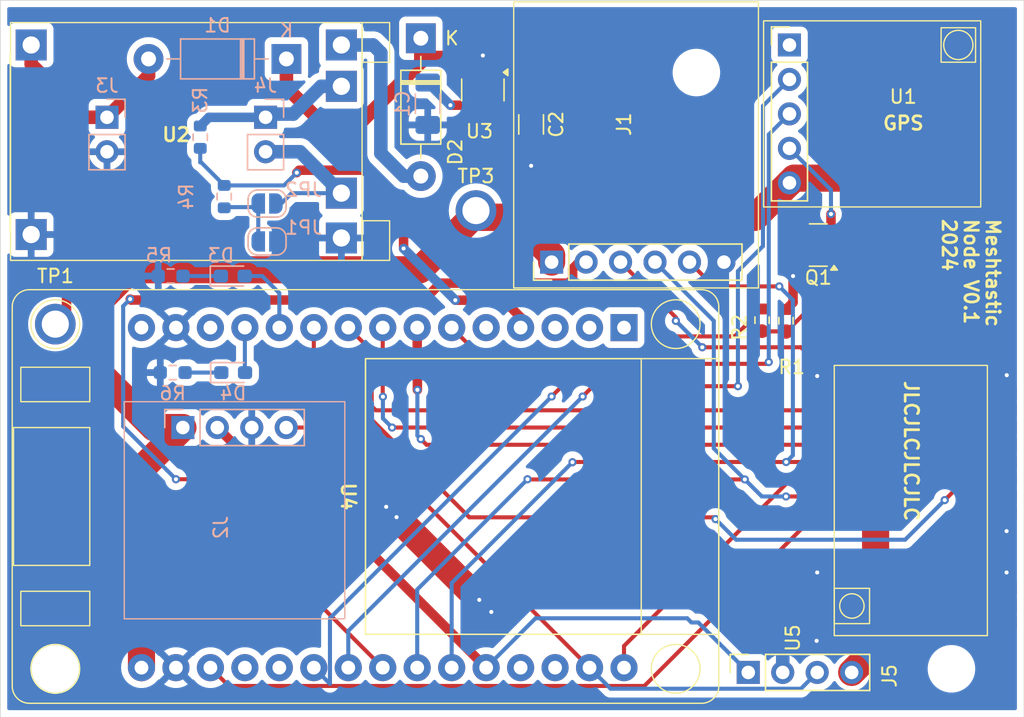
<source format=kicad_pcb>
(kicad_pcb (version 20240108) (generator "pcbnew") (generator_version "8.0")
  (layers (0 "F.Cu" signal) (31 "B.Cu" signal) (34 "B.Paste" user) (35 "F.Paste" user) (36 "B.SilkS" user "B.Silkscreen") (37 "F.SilkS" user "F.Silkscreen") (38 "B.Mask" user) (39 "F.Mask" user) (44 "Edge.Cuts" user))
  (net 0 "")
  (net 1 "Net-(Q1-D)")
  (net 2 "GND")
  (net 3 "GPS_EN")
  (net 4 "GPS_RX")
  (net 6 "GPS_TX")
  (net 7 "3V3")
  (net 8 "I2C_SDA")
  (net 9 "I2C_SCL")
  (net 10 "+5V")
  (net 11 "B+")
  (net 12 "B-")
  (net 22 "SPI_CLK")
  (net 23 "SPI_MOSI")
  (net 24 "SPI_MISO")
  (net 25 "SPI_CS_SD")
  (net 26 "SOLAR")
  (net 27 "LORA_DIO1")
  (net 28 "LORA_RXEN")
  (net 30 "LORA_DIO2")
  (net 31 "SPI_CS_LORA")
  (net 32 "Net-(Q1-G)")
  (net 33 "LORA_BUSY")
  (net 34 "LORA_NRST")
  (net 35 "Net-(JP1-A)")
  (net 36 "BSense")
  (net 37 "Net-(D1-K)")
  (net 38 "Net-(U3-BP)")
  (net 39 "STATE_LED1")
  (net 40 "Net-(D3-K)")
  (net 41 "STATE_LED2")
  (net 42 "Net-(D4-K)")
  (footprint "CustomFootprints:MicroSD_Module" (layer "F.Cu") (at 122.415 85.839 90)
    (property "Reference" "J1" (at 10.16 5.334 90) (layer "F.SilkS"))
    (property "Value" "MicroSD_Module" (hide yes))
    (pad "1" thru_hole rect (at 0 0 90) (size 1.7 1.7) (drill 1) (layers "*.Cu" "*.Mask") (net 7 "3V3"))
    (pad "2" thru_hole oval (at 0 2.54 90) (size 1.7 1.7) (drill 1) (layers "*.Cu" "*.Mask") (net 25 "SPI_CS_SD"))
    (pad "3" thru_hole oval (at 0 5.08 90) (size 1.7 1.7) (drill 1) (layers "*.Cu" "*.Mask") (net 23 "SPI_MOSI"))
    (pad "4" thru_hole oval (at 0 7.62 90) (size 1.7 1.7) (drill 1) (layers "*.Cu" "*.Mask") (net 22 "SPI_CLK"))
    (pad "5" thru_hole oval (at 0 10.16 90) (size 1.7 1.7) (drill 1) (layers "*.Cu" "*.Mask") (net 24 "SPI_MISO"))
    (pad "6" thru_hole oval (at 0 12.7 90) (size 1.7 1.7) (drill 1) (layers "*.Cu" "*.Mask") (net 2 "GND"))
  )
  (footprint "Capacitor_SMD:C_1206_3216Metric_Pad1.33x1.80mm_HandSolder" (layer "F.Cu") (at 120.904 75.692 -90)
    (property "Reference" "C2" (at 0 -1.85 -90) (layer "F.SilkS"))
    (property "Value" "2.2uF tantalum")
    (pad "1" smd roundrect (at -1.5625 0 270) (size 1.325 1.8) (layers "F.Cu" "F.Paste" "F.Mask") (roundrect_rratio 0.188679) (net 7 "3V3"))
    (pad "2" smd roundrect (at 1.5625 0 270) (size 1.325 1.8) (layers "F.Cu" "F.Paste" "F.Mask") (roundrect_rratio 0.188679) (net 2 "GND"))
  )
  (footprint "CustomFootprints:EBYTE_900M22S" (layer "F.Cu") (at 148.943 104.881)
    (property "Reference" "U5" (at -8.75 9.76 90) (layer "F.SilkS") (effects (justify left)))
    (property "Value" "~")
    (pad "1" smd rect (at -7 7.51) (size 1.5 0.9) (layers "F.Cu" "F.Paste" "F.Mask") (net 2 "GND"))
    (pad "2" smd rect (at -7 6.24) (size 1.5 0.9) (layers "F.Cu" "F.Paste" "F.Mask"))
    (pad "3" smd rect (at -7 4.97) (size 1.5 0.9) (layers "F.Cu" "F.Paste" "F.Mask") (net 2 "GND"))
    (pad "4" smd rect (at -7 -0.5) (size 1.5 0.9) (layers "F.Cu" "F.Paste" "F.Mask") (net 31 "SPI_CS_LORA"))
    (pad "5" smd rect (at -7 -1.77) (size 1.5 0.9) (layers "F.Cu" "F.Paste" "F.Mask") (net 22 "SPI_CLK"))
    (pad "6" smd rect (at -7 -3.04) (size 1.5 0.9) (layers "F.Cu" "F.Paste" "F.Mask") (net 23 "SPI_MOSI"))
    (pad "7" smd rect (at -7 -4.31) (size 1.5 0.9) (layers "F.Cu" "F.Paste" "F.Mask") (net 24 "SPI_MISO"))
    (pad "8" smd rect (at -7 -5.58) (size 1.5 0.9) (layers "F.Cu" "F.Paste" "F.Mask") (net 34 "LORA_NRST"))
    (pad "9" smd rect (at -7 -6.85) (size 1.5 0.9) (layers "F.Cu" "F.Paste" "F.Mask") (net 33 "LORA_BUSY"))
    (pad "10" smd rect (at -7 -8.12) (size 1.5 0.9) (layers "F.Cu" "F.Paste" "F.Mask") (net 27 "LORA_DIO1"))
    (pad "11" smd rect (at -7 -9.39) (size 1.5 0.9) (layers "F.Cu" "F.Paste" "F.Mask") (net 2 "GND"))
    (pad "12" smd rect (at 7 -9.39) (size 1.5 0.9) (layers "F.Cu" "F.Paste" "F.Mask") (net 2 "GND"))
    (pad "13" smd rect (at 7 -8.12) (size 1.5 0.9) (layers "F.Cu" "F.Paste" "F.Mask") (net 2 "GND"))
    (pad "14" smd rect (at 7 -6.85) (size 1.5 0.9) (layers "F.Cu" "F.Paste" "F.Mask") (net 7 "3V3"))
    (pad "15" smd rect (at 7 -5.58) (size 1.5 0.9) (layers "F.Cu" "F.Paste" "F.Mask") (net 30 "LORA_DIO2"))
    (pad "16" smd rect (at 7 -4.31) (size 1.5 0.9) (layers "F.Cu" "F.Paste" "F.Mask") (net 30 "LORA_DIO2"))
    (pad "17" smd rect (at 7 -3.04) (size 1.5 0.9) (layers "F.Cu" "F.Paste" "F.Mask") (net 28 "LORA_RXEN"))
    (pad "18" smd rect (at 7 -1.77) (size 1.5 0.9) (layers "F.Cu" "F.Paste" "F.Mask") (net 2 "GND"))
    (pad "19" smd rect (at 7 -0.5) (size 1.5 0.9) (layers "F.Cu" "F.Paste" "F.Mask") (net 2 "GND"))
    (pad "20" smd rect (at 7 4.97) (size 1.5 0.9) (layers "F.Cu" "F.Paste" "F.Mask") (net 2 "GND"))
    (pad "21" smd rect (at 7 6.24) (size 1.5 0.9) (layers "F.Cu" "F.Paste" "F.Mask") (net 2 "GND"))
    (pad "22" smd rect (at 7 7.51) (size 1.5 0.9) (layers "F.Cu" "F.Paste" "F.Mask") (net 2 "GND"))
  )
  (footprint "CustomFootprints:TP4056" (layer "F.Cu") (at 95.491 76.949)
    (property "Reference" "U2" (at -0.749 -0.5 0) (layer "F.SilkS") (effects (font (thickness 0.2) (bold yes))))
    (property "Value" "~")
    (pad "1" thru_hole rect (at -11.43 -7.112) (size 2.286 2.286) (drill 1.27) (layers "*.Cu" "*.Mask") (net 26 "SOLAR"))
    (pad "2" thru_hole rect (at -11.43 6.858) (size 2.286 2.286) (drill 1.27) (layers "*.Cu" "*.Mask") (net 2 "GND"))
    (pad "3" thru_hole rect (at 11.43 -7.112) (size 2.286 2.286) (drill 1.27) (layers "*.Cu" "*.Mask") (net 10 "+5V"))
    (pad "4" thru_hole rect (at 11.43 7.112) (size 2.286 2.286) (drill 1.27) (layers "*.Cu" "*.Mask") (net 2 "GND"))
    (pad "5" thru_hole rect (at 11.43 -4.064) (size 2.286 2.286) (drill 1.27) (layers "*.Cu" "*.Mask") (net 11 "B+"))
    (pad "6" thru_hole rect (at 11.43 3.81) (size 2.286 2.286) (drill 1.27) (layers "*.Cu" "*.Mask") (net 12 "B-"))
  )
  (footprint "MountingHole:MountingHole_3mm" (layer "F.Cu") (at 133.083 71.869)
    (property "Reference" "H2" (hide yes))
    (property "Value" "MountingHole" (hide yes))
    (pad "" np_thru_hole circle (at 0 0) (size 3 3) (drill 3) (layers "*.Cu" "*.Mask"))
  )
  (footprint "CustomFootprints:GPS_Module" (layer "F.Cu") (at 139.941 69.837)
    (property "Reference" "U1" (at 8.382 3.81 0) (layer "F.SilkS"))
    (property "Value" "~")
    (fp_text user "GPS" (at 6.787 6.35 0) (layer "F.SilkS") (effects (font (thickness 0.2) (bold yes)) (justify left bottom)))
    (pad "1" thru_hole rect (at 0 0) (size 1.7 1.7) (drill 1) (layers "*.Cu" "*.Mask"))
    (pad "2" thru_hole oval (at 0 2.54) (size 1.7 1.7) (drill 1) (layers "*.Cu" "*.Mask") (net 4 "GPS_RX"))
    (pad "3" thru_hole oval (at 0 5.08) (size 1.7 1.7) (drill 1) (layers "*.Cu" "*.Mask") (net 6 "GPS_TX"))
    (pad "4" thru_hole oval (at 0 7.62) (size 1.7 1.7) (drill 1) (layers "*.Cu" "*.Mask") (net 1 "Net-(Q1-D)"))
    (pad "5" thru_hole oval (at 0 10.16) (size 1.7 1.7) (drill 1) (layers "*.Cu" "*.Mask") (net 7 "3V3"))
  )
  (footprint "MountingHole:MountingHole_3mm" (layer "F.Cu") (at 151.879 115.811)
    (property "Reference" "H1" (hide yes))
    (property "Value" "MountingHole" (hide yes))
    (pad "" np_thru_hole circle (at 0 0) (size 3 3) (drill 3) (layers "*.Cu" "*.Mask"))
  )
  (footprint "Connector_PinSocket_2.54mm:PinSocket_1x04_P2.54mm_Vertical" (layer "F.Cu") (at 136.906 116.078 90)
    (property "Reference" "J5" (at -0.254 10.414 90) (layer "F.SilkS"))
    (property "Value" "I2C pins")
    (pad "1" thru_hole rect (at 0 0 90) (size 1.7 1.7) (drill 1) (layers "*.Cu" "*.Mask") (net 8 "I2C_SDA"))
    (pad "2" thru_hole oval (at 0 2.54 90) (size 1.7 1.7) (drill 1) (layers "*.Cu" "*.Mask") (net 2 "GND"))
    (pad "3" thru_hole oval (at 0 5.08 90) (size 1.7 1.7) (drill 1) (layers "*.Cu" "*.Mask") (net 9 "I2C_SCL"))
    (pad "4" thru_hole oval (at 0 7.62 90) (size 1.7 1.7) (drill 1) (layers "*.Cu" "*.Mask") (net 7 "3V3"))
  )
  (footprint "TestPoint:TestPoint_Plated_Hole_D2.0mm" (layer "F.Cu") (at 85.839 90.411)
    (property "Reference" "TP1" (at 0.013 -3.543 0) (layer "F.SilkS"))
    (property "Value" "VIn")
    (pad "1" thru_hole circle (at 0 0) (size 3 3) (drill 2) (layers "*.Cu" "*.Mask") (net 26 "SOLAR"))
  )
  (footprint "CustomFootprints:WROOM32_Module" (layer "F.Cu") (at 111.239 103.111 -90)
    (property "Reference" "U4" (at 0 3.81 -90) (layer "F.SilkS") (effects (font (thickness 0.2) (bold yes))))
    (property "Value" "~")
    (pad "1" thru_hole rect (at -12.446 -16.51 270) (size 2 2) (drill 1.016) (layers "*.Cu" "*.Mask"))
    (pad "2" thru_hole circle (at -12.446 -13.97 270) (size 2 2) (drill 1.016) (layers "*.Cu" "*.Mask"))
    (pad "3" thru_hole circle (at -12.446 -11.43 270) (size 2 2) (drill 1.016) (layers "*.Cu" "*.Mask"))
    (pad "4" thru_hole circle (at -12.446 -8.89 270) (size 2 2) (drill 1.016) (layers "*.Cu" "*.Mask") (net 36 "BSense"))
    (pad "5" thru_hole circle (at -12.446 -6.35 270) (size 2 2) (drill 1.016) (layers "*.Cu" "*.Mask"))
    (pad "6" thru_hole circle (at -12.446 -3.81 270) (size 2 2) (drill 1.016) (layers "*.Cu" "*.Mask") (net 3 "GPS_EN"))
    (pad "7" thru_hole circle (at -12.446 -1.27 270) (size 2 2) (drill 1.016) (layers "*.Cu" "*.Mask") (net 34 "LORA_NRST"))
    (pad "8" thru_hole circle (at -12.446 1.27 270) (size 2 2) (drill 1.016) (layers "*.Cu" "*.Mask") (net 33 "LORA_BUSY"))
    (pad "9" thru_hole circle (at -12.446 3.81 270) (size 2 2) (drill 1.016) (layers "*.Cu" "*.Mask") (net 27 "LORA_DIO1"))
    (pad "10" thru_hole circle (at -12.446 6.35 270) (size 2 2) (drill 1.016) (layers "*.Cu" "*.Mask") (net 28 "LORA_RXEN"))
    (pad "11" thru_hole circle (at -12.446 8.89 270) (size 2 2) (drill 1.016) (layers "*.Cu" "*.Mask") (net 39 "STATE_LED1"))
    (pad "12" thru_hole circle (at -12.446 11.43 270) (size 2 2) (drill 1.016) (layers "*.Cu" "*.Mask") (net 41 "STATE_LED2"))
    (pad "13" thru_hole circle (at -12.446 13.97 270) (size 2 2) (drill 1.016) (layers "*.Cu" "*.Mask"))
    (pad "14" thru_hole circle (at -12.446 16.51 270) (size 2 2) (drill 1.016) (layers "*.Cu" "*.Mask") (net 2 "GND"))
    (pad "15" thru_hole circle (at -12.446 19.05 270) (size 2 2) (drill 1.016) (layers "*.Cu" "*.Mask"))
    (pad "16" thru_hole circle (at 12.614 19.05 270) (size 2 2) (drill 1.016) (layers "*.Cu" "*.Mask") (net 7 "3V3"))
    (pad "17" thru_hole circle (at 12.614 16.51 270) (size 2 2) (drill 1.016) (layers "*.Cu" "*.Mask") (net 2 "GND"))
    (pad "18" thru_hole circle (at 12.614 13.97 270) (size 2 2) (drill 1.016) (layers "*.Cu" "*.Mask") (net 31 "SPI_CS_LORA"))
    (pad "19" thru_hole circle (at 12.614 11.43 270) (size 2 2) (drill 1.016) (layers "*.Cu" "*.Mask"))
    (pad "20" thru_hole circle (at 12.614 8.89 270) (size 2 2) (drill 1.016) (layers "*.Cu" "*.Mask"))
    (pad "21" thru_hole circle (at 12.614 6.35 270) (size 2 2) (drill 1.016) (layers "*.Cu" "*.Mask") (net 6 "GPS_TX"))
    (pad "22" thru_hole circle (at 12.614 3.81 270) (size 2 2) (drill 1.016) (layers "*.Cu" "*.Mask") (net 4 "GPS_RX"))
    (pad "23" thru_hole circle (at 12.614 1.27 270) (size 2 2) (drill 1.016) (layers "*.Cu" "*.Mask") (net 25 "SPI_CS_SD"))
    (pad "24" thru_hole circle (at 12.614 -1.27 270) (size 2 2) (drill 1.016) (layers "*.Cu" "*.Mask") (net 22 "SPI_CLK"))
    (pad "25" thru_hole circle (at 12.614 -3.81 270) (size 2 2) (drill 1.016) (layers "*.Cu" "*.Mask") (net 24 "SPI_MISO"))
    (pad "26" thru_hole circle (at 12.614 -6.35 270) (size 2 2) (drill 1.016) (layers "*.Cu" "*.Mask") (net 8 "I2C_SDA"))
    (pad "27" thru_hole circle (at 12.614 -8.89 270) (size 2 2) (drill 1.016) (layers "*.Cu" "*.Mask"))
    (pad "28" thru_hole circle (at 12.614 -11.43 270) (size 2 2) (drill 1.016) (layers "*.Cu" "*.Mask"))
    (pad "29" thru_hole circle (at 12.614 -13.97 270) (size 2 2) (drill 1.016) (layers "*.Cu" "*.Mask") (net 9 "I2C_SCL"))
    (pad "30" thru_hole circle (at 12.614 -16.51 270) (size 2 2) (drill 1.016) (layers "*.Cu" "*.Mask") (net 23 "SPI_MOSI"))
  )
  (footprint "Package_TO_SOT_SMD:SOT-23" (layer "F.Cu") (at 142.0645 84.582 180)
    (property "Reference" "Q1" (at 0 -2.4 360) (layer "F.SilkS"))
    (property "Value" "IRLML6344")
    (pad "1" smd roundrect (at -0.9375 -0.95 180) (size 1.475 0.6) (layers "F.Cu" "F.Paste" "F.Mask") (net 32 "Net-(Q1-G)"))
    (pad "2" smd roundrect (at -0.9375 0.95 180) (size 1.475 0.6) (layers "F.Cu" "F.Paste" "F.Mask") (net 1 "Net-(Q1-D)"))
    (pad "3" smd roundrect (at 0.9375 0 180) (size 1.475 0.6) (layers "F.Cu" "F.Paste" "F.Mask") (net 2 "GND"))
  )
  (footprint "TestPoint:TestPoint_Plated_Hole_D2.0mm" (layer "F.Cu") (at 116.84 82.042)
    (property "Reference" "TP3" (at 0 -2.54 0) (layer "F.SilkS"))
    (property "Value" "3V3")
    (pad "1" thru_hole circle (at 0 0) (size 3 3) (drill 2) (layers "*.Cu" "*.Mask") (net 7 "3V3"))
  )
  (footprint "Resistor_SMD:R_0603_1608Metric" (layer "F.Cu") (at 137.922 90.1192 -90)
    (property "Reference" "R2" (at 0.5332 1.6634 90) (layer "F.SilkS"))
    (property "Value" "220-1k")
    (pad "1" smd roundrect (at -0.825 0 270) (size 0.8 0.95) (layers "F.Cu" "F.Paste" "F.Mask") (net 3 "GPS_EN"))
    (pad "2" smd roundrect (at 0.825 0 270) (size 0.8 0.95) (layers "F.Cu" "F.Paste" "F.Mask") (net 32 "Net-(Q1-G)"))
  )
  (footprint "Diode_THT:D_DO-41_SOD81_P10.16mm_Horizontal" (layer "F.Cu") (at 112.776 69.342 -90)
    (property "Reference" "D2" (at 8.382 -2.54 90) (layer "F.SilkS"))
    (property "Value" "1N5819")
    (fp_text user "K" (at 0 -2.286 0) (layer "F.SilkS"))
    (pad "1" thru_hole rect (at 0 0 270) (size 2.2 2.2) (drill 1.1) (layers "*.Cu" "*.Mask") (net 37 "Net-(D1-K)"))
    (pad "2" thru_hole oval (at 10.16 0 270) (size 2.2 2.2) (drill 1.1) (layers "*.Cu" "*.Mask") (net 10 "+5V"))
  )
  (footprint "Resistor_SMD:R_0603_1608Metric" (layer "F.Cu") (at 139.687 90.157 90)
    (property "Reference" "R1" (at -3.4166 0.4194 180) (layer "F.SilkS"))
    (property "Value" "10k")
    (pad "1" smd roundrect (at -0.825 0 90) (size 0.8 0.95) (layers "F.Cu" "F.Paste" "F.Mask") (net 32 "Net-(Q1-G)"))
    (pad "2" smd roundrect (at 0.825 0 90) (size 0.8 0.95) (layers "F.Cu" "F.Paste" "F.Mask") (net 2 "GND"))
  )
  (footprint "MountingHole:MountingHole_3mm" (layer "F.Cu") (at 85.839 115.811)
    (property "Reference" "H3" (hide yes))
    (property "Value" "MountingHole" (hide yes))
    (pad "" np_thru_hole circle (at 0 0) (size 3 3) (drill 3) (layers "F&B.Cu" "*.Mask"))
  )
  (footprint "Package_TO_SOT_SMD:SOT-23-5" (layer "F.Cu") (at 117.348 73.152 -90)
    (property "Reference" "U3" (at 3.048 0.254 180) (layer "F.SilkS"))
    (property "Value" "MIC5219-3.3YM5")
    (pad "1" smd roundrect (at -1.1375 -0.95 270) (size 1.325 0.6) (layers "F.Cu" "F.Paste" "F.Mask") (net 37 "Net-(D1-K)"))
    (pad "2" smd roundrect (at -1.1375 0 270) (size 1.325 0.6) (layers "F.Cu" "F.Paste" "F.Mask") (net 2 "GND"))
    (pad "3" smd roundrect (at -1.1375 0.95 270) (size 1.325 0.6) (layers "F.Cu" "F.Paste" "F.Mask") (net 37 "Net-(D1-K)"))
    (pad "4" smd roundrect (at 1.1375 0.95 270) (size 1.325 0.6) (layers "F.Cu" "F.Paste" "F.Mask") (net 38 "Net-(U3-BP)"))
    (pad "5" smd roundrect (at 1.1375 -0.95 270) (size 1.325 0.6) (layers "F.Cu" "F.Paste" "F.Mask") (net 7 "3V3"))
  )
  (footprint "Capacitor_SMD:C_1206_3216Metric_Pad1.33x1.80mm_HandSolder" (layer "B.Cu") (at 113.284 74.168 -90)
    (property "Reference" "C1" (at 0 1.85 90) (layer "B.SilkS") (effects (justify mirror)))
    (property "Value" "470pF")
    (pad "1" smd roundrect (at -1.5625 0 270) (size 1.325 1.8) (layers "B.Cu" "B.Paste" "B.Mask") (roundrect_rratio 0.188679) (net 38 "Net-(U3-BP)"))
    (pad "2" smd roundrect (at 1.5625 0 270) (size 1.325 1.8) (layers "B.Cu" "B.Paste" "B.Mask") (roundrect_rratio 0.188679) (net 2 "GND"))
  )
  (footprint "Resistor_SMD:R_0603_1608Metric_Pad0.98x0.95mm_HandSolder" (layer "B.Cu") (at 94.488 93.98)
    (property "Reference" "R6" (at 0 1.524 0) (layer "B.SilkS") (effects (justify mirror)))
    (property "Value" "R")
    (pad "1" smd roundrect (at -0.9125 0) (size 0.975 0.95) (layers "B.Cu" "B.Paste" "B.Mask") (net 2 "GND"))
    (pad "2" smd roundrect (at 0.9125 0) (size 0.975 0.95) (layers "B.Cu" "B.Paste" "B.Mask") (net 42 "Net-(D4-K)"))
  )
  (footprint "Resistor_SMD:R_0603_1608Metric" (layer "B.Cu") (at 98.285 81.013 90)
    (property "Reference" "R4" (at 0 -2.794 90) (layer "B.SilkS") (effects (justify mirror)))
    (property "Value" "100k")
    (pad "1" smd roundrect (at -0.825 0 90) (size 0.8 0.95) (layers "B.Cu" "B.Paste" "B.Mask") (net 35 "Net-(JP1-A)"))
    (pad "2" smd roundrect (at 0.825 0 90) (size 0.8 0.95) (layers "B.Cu" "B.Paste" "B.Mask") (net 36 "BSense"))
  )
  (footprint "CustomFootprints:AHT20+BMP280" (layer "B.Cu") (at 95.237 98.031 -90)
    (property "Reference" "J2" (at 7.366 -2.794 90) (layer "B.SilkS") (effects (justify mirror)))
    (property "Value" "AHT20+BMP280")
    (pad "1" thru_hole rect (at 0 0 270) (size 1.7 1.7) (drill 1) (layers "*.Cu" "*.Mask") (net 7 "3V3"))
    (pad "2" thru_hole oval (at 0 -2.54 270) (size 1.7 1.7) (drill 1) (layers "*.Cu" "*.Mask") (net 8 "I2C_SDA"))
    (pad "3" thru_hole oval (at 0 -5.08 270) (size 1.7 1.7) (drill 1) (layers "*.Cu" "*.Mask") (net 2 "GND"))
    (pad "4" thru_hole oval (at 0 -7.62 270) (size 1.7 1.7) (drill 1) (layers "*.Cu" "*.Mask") (net 9 "I2C_SCL"))
  )
  (footprint "Resistor_SMD:R_0603_1608Metric" (layer "B.Cu") (at 96.52 76.632 90)
    (property "Reference" "R3" (at 2.731 0 90) (layer "B.SilkS") (effects (justify mirror)))
    (property "Value" "100k")
    (pad "1" smd roundrect (at -0.825 0 90) (size 0.8 0.95) (layers "B.Cu" "B.Paste" "B.Mask") (net 36 "BSense"))
    (pad "2" smd roundrect (at 0.825 0 90) (size 0.8 0.95) (layers "B.Cu" "B.Paste" "B.Mask") (net 11 "B+"))
  )
  (footprint "LED_SMD:LED_0603_1608Metric_Pad1.05x0.95mm_HandSolder" (layer "B.Cu") (at 98.947 93.98)
    (property "Reference" "D4" (at 0 1.524 0) (layer "B.SilkS") (effects (justify mirror)))
    (property "Value" "LED")
    (pad "1" smd roundrect (at -0.875 0) (size 1.05 0.95) (layers "B.Cu" "B.Paste" "B.Mask") (net 42 "Net-(D4-K)"))
    (pad "2" smd roundrect (at 0.875 0) (size 1.05 0.95) (layers "B.Cu" "B.Paste" "B.Mask") (net 41 "STATE_LED2"))
  )
  (footprint "Jumper:SolderJumper-2_P1.3mm_Open_RoundedPad1.0x1.5mm" (layer "B.Cu") (at 101.445 84.315 180)
    (property "Reference" "JP2" (at -2.682 3.81 0) (layer "B.SilkS") (effects (justify mirror)))
    (property "Value" "SolderJumper_2_Open")
    (pad "1" smd custom (at -0.65 0 180) (size 1 0.5) (layers "B.Cu" "B.Mask") (net 2 "GND") (options (clearance outline) (anchor rect)) (primitives (gr_circle (center 0 -0.25) (end 0.5 -0.25) (width 0) (fill yes)) (gr_circle (center 0 0.25) (end 0.5 0.25) (width 0) (fill yes)) (gr_poly (pts (xy 0.5 -0.75) (xy 0 -0.75) (xy 0 0.75) (xy 0.5 0.75)) (width 0) (fill yes))))
    (pad "2" smd custom (at 0.65 0 180) (size 1 0.5) (layers "B.Cu" "B.Mask") (net 35 "Net-(JP1-A)") (options (clearance outline) (anchor rect)) (primitives (gr_circle (center 0 -0.25) (end 0.5 -0.25) (width 0) (fill yes)) (gr_circle (center 0 0.25) (end 0.5 0.25) (width 0) (fill yes)) (gr_poly (pts (xy 0 -0.75) (xy -0.5 -0.75) (xy -0.5 0.75) (xy 0 0.75)) (width 0) (fill yes))))
  )
  (footprint "LED_SMD:LED_0603_1608Metric_Pad1.05x0.95mm_HandSolder" (layer "B.Cu") (at 98.919 86.868)
    (property "Reference" "D3" (at -0.875 -1.524 0) (layer "B.SilkS") (effects (justify mirror)))
    (property "Value" "LED")
    (pad "1" smd roundrect (at -0.875 0) (size 1.05 0.95) (layers "B.Cu" "B.Paste" "B.Mask") (net 40 "Net-(D3-K)"))
    (pad "2" smd roundrect (at 0.875 0) (size 1.05 0.95) (layers "B.Cu" "B.Paste" "B.Mask") (net 39 "STATE_LED1"))
  )
  (footprint "Diode_THT:D_DO-41_SOD81_P10.16mm_Horizontal" (layer "B.Cu") (at 102.87 70.866 180)
    (property "Reference" "D1" (at 5.08 2.47 0) (layer "B.SilkS") (effects (justify mirror)))
    (property "Value" "1N5819")
    (fp_text user "K" (at 0 2.1 0) (layer "B.SilkS") (effects (justify mirror)))
    (pad "1" thru_hole rect (at 0 0 180) (size 2.2 2.2) (drill 1.1) (layers "*.Cu" "*.Mask") (net 37 "Net-(D1-K)"))
    (pad "2" thru_hole oval (at 10.16 0 180) (size 2.2 2.2) (drill 1.1) (layers "*.Cu" "*.Mask") (net 26 "SOLAR"))
  )
  (footprint "Connector_PinHeader_2.54mm:PinHeader_1x02_P2.54mm_Vertical" (layer "B.Cu") (at 89.649 75.166 180)
    (property "Reference" "J3" (at 0 2.33 0) (layer "B.SilkS") (effects (justify mirror)))
    (property "Value" "Solar")
    (pad "1" thru_hole rect (at 0 0 180) (size 1.7 1.7) (drill 1) (layers "*.Cu" "*.Mask") (net 26 "SOLAR"))
    (pad "2" thru_hole oval (at 0 -2.54 180) (size 1.7 1.7) (drill 1) (layers "*.Cu" "*.Mask") (net 2 "GND"))
  )
  (footprint "Resistor_SMD:R_0603_1608Metric_Pad0.98x0.95mm_HandSolder" (layer "B.Cu") (at 94.3375 86.868)
    (property "Reference" "R5" (at -0.8655 -1.524 0) (layer "B.SilkS") (effects (justify mirror)))
    (property "Value" "R")
    (pad "1" smd roundrect (at -0.9125 0) (size 0.975 0.95) (layers "B.Cu" "B.Paste" "B.Mask") (net 2 "GND"))
    (pad "2" smd roundrect (at 0.9125 0) (size 0.975 0.95) (layers "B.Cu" "B.Paste" "B.Mask") (net 40 "Net-(D3-K)"))
  )
  (footprint "Connector_PinHeader_2.54mm:PinHeader_1x02_P2.54mm_Vertical" (layer "B.Cu") (at 101.333 75.166 180)
    (property "Reference" "J4" (at 0 2.33 0) (layer "B.SilkS") (effects (justify mirror)))
    (property "Value" "Battery")
    (pad "1" thru_hole rect (at 0 0 180) (size 1.7 1.7) (drill 1) (layers "*.Cu" "*.Mask") (net 11 "B+"))
    (pad "2" thru_hole oval (at 0 -2.54 180) (size 1.7 1.7) (drill 1) (layers "*.Cu" "*.Mask") (net 12 "B-"))
  )
  (footprint "Jumper:SolderJumper-2_P1.3mm_Open_RoundedPad1.0x1.5mm" (layer "B.Cu") (at 101.445 81.521)
    (property "Reference" "JP1" (at 2.682 1.778 0) (layer "B.SilkS") (effects (justify mirror)))
    (property "Value" "SolderJumper_2_Open")
    (pad "1" smd custom (at -0.65 0) (size 1 0.5) (layers "B.Cu" "B.Mask") (net 35 "Net-(JP1-A)") (options (clearance outline) (anchor rect)) (primitives (gr_circle (center 0 -0.25) (end 0.5 -0.25) (width 0) (fill yes)) (gr_circle (center 0 0.25) (end 0.5 0.25) (width 0) (fill yes)) (gr_poly (pts (xy 0.5 -0.75) (xy 0 -0.75) (xy 0 0.75) (xy 0.5 0.75)) (width 0) (fill yes))))
    (pad "2" smd custom (at 0.65 0) (size 1 0.5) (layers "B.Cu" "B.Mask") (net 12 "B-") (options (clearance outline) (anchor rect)) (primitives (gr_circle (center 0 -0.25) (end 0.5 -0.25) (width 0) (fill yes)) (gr_circle (center 0 0.25) (end 0.5 0.25) (width 0) (fill yes)) (gr_poly (pts (xy 0 -0.75) (xy -0.5 -0.75) (xy -0.5 0.75) (xy 0 0.75)) (width 0) (fill yes))))
  )
  (gr_rect (start 81.788 66.548) (end 157.226 119.38) (stroke (width 0.05)) (fill none) (layer "Edge.Cuts"))
  (gr_text "Meshtastic\nNode V0.1\n2024" (at 151.13 82.55 270) (layer "F.SilkS") (effects (font (size 1 1) (thickness 0.2) (bold yes)) (justify left bottom)))
  (gr_text "JLCJLCJLCJLC" (at 148.336 94.488 270) (layer "F.SilkS") (effects (font (size 1 1) (thickness 0.2) (bold yes)) (justify left bottom)))
  (segment (start 143.002 82.296) (end 143.002 83.632) (width 0.7) (layer "F.Cu") (net 1))
  (via (at 143.002 82.296) (size 0.6) (drill 0.3) (layers "F.Cu" "B.Cu") (net 1))
  (segment (start 143.002 82.296) (end 143.002 80.518) (width 0.3) (layer "B.Cu") (net 1))
  (segment (start 143.002 80.518) (end 139.941 77.457) (width 0.3) (layer "B.Cu") (net 1))
  (segment (start 141.986 108.712) (end 141.986 109.808) (width 0.7) (layer "F.Cu") (net 2))
  (segment (start 117.081 110.731) (end 110.223 103.873) (width 2) (layer "F.Cu") (net 2))
  (segment (start 141.986 95.448) (end 141.943 95.491) (width 0.3) (layer "F.Cu") (net 2))
  (segment (start 140.208 85.501) (end 141.127 84.582) (width 0.3) (layer "F.Cu") (net 2))
  (segment (start 141.986 109.808) (end 141.943 109.851) (width 0.7) (layer "F.Cu") (net 2))
  (segment (start 155.943 94.185003) (end 155.956 94.172003) (width 0.7) (layer "F.Cu") (net 2))
  (segment (start 155.943 95.491) (end 155.943 96.761) (width 0.7) (layer "F.Cu") (net 2))
  (segment (start 141.943 113.749) (end 141.943 112.391) (width 0.7) (layer "F.Cu") (net 2))
  (segment (start 140.208 88.811) (end 140.208 86.868) (width 0.7) (layer "F.Cu") (net 2))
  (segment (start 117.081 110.731) (end 117.97 111.62) (width 2) (layer "F.Cu") (net 2))
  (segment (start 155.943 105.664) (end 155.943 104.381) (width 0.7) (layer "F.Cu") (net 2))
  (segment (start 141.986 94.234) (end 141.986 95.448) (width 0.3) (layer "F.Cu") (net 2))
  (segment (start 117.348 70.612) (end 117.348 72.0145) (width 0.7) (layer "F.Cu") (net 2))
  (segment (start 155.943 104.381) (end 155.943 103.111) (width 0.7) (layer "F.Cu") (net 2))
  (segment (start 155.943 95.491) (end 155.943 94.185003) (width 0.7) (layer "F.Cu") (net 2))
  (segment (start 155.943 109.851) (end 155.943 108.712) (width 0.7) (layer "F.Cu") (net 2))
  (segment (start 120.904 77.2545) (end 120.904 78.74) (width 1) (layer "F.Cu") (net 2))
  (segment (start 155.943 109.851) (end 155.943 112.391) (width 0.7) (layer "F.Cu") (net 2))
  (segment (start 139.687 89.332) (end 140.208 88.811) (width 0.7) (layer "F.Cu") (net 2))
  (segment (start 155.943 108.712) (end 155.943 105.664) (width 0.7) (layer "F.Cu") (net 2))
  (segment (start 140.208 86.868) (end 140.208 85.501) (width 0.3) (layer "F.Cu") (net 2))
  (via (at 141.986 108.712) (size 0.6) (drill 0.3) (layers "F.Cu" "B.Cu") (net 2))
  (via (at 155.943 108.712) (size 0.6) (drill 0.3) (layers "F.Cu" "B.Cu") (net 2))
  (via (at 120.904 78.74) (size 0.6) (drill 0.3) (layers "F.Cu" "B.Cu") (net 2))
  (via (at 117.97 111.62) (size 0.6) (drill 0.3) (layers "F.Cu" "B.Cu") (net 2))
  (via (at 117.348 70.612) (size 0.6) (drill 0.3) (layers "F.Cu" "B.Cu") (net 2))
  (via (at 140.208 86.868) (size 0.6) (drill 0.3) (layers "F.Cu" "B.Cu") (net 2))
  (via (at 155.956 94.172003) (size 0.6) (drill 0.3) (layers "F.Cu" "B.Cu") (net 2))
  (via (at 110.223 103.873) (size 0.6) (drill 0.3) (layers "F.Cu" "B.Cu") (net 2))
  (via (at 141.943 113.749) (size 0.6) (drill 0.3) (layers "F.Cu" "B.Cu") (net 2))
  (via (at 141.986 94.234) (size 0.6) (drill 0.3) (layers "F.Cu" "B.Cu") (net 2))
  (via (at 117.081 110.731) (size 0.6) (drill 0.3) (layers "F.Cu" "B.Cu") (net 2))
  (via (at 155.943 105.664) (size 0.6) (drill 0.3) (layers "F.Cu" "B.Cu") (net 2))
  (via (at 110.985 104.635) (size 0.6) (drill 0.3) (layers "F.Cu" "B.Cu") (net 2))
  (segment (start 139.446 116.078) (end 139.446 114.554) (width 1) (layer "B.Cu") (net 2))
  (segment (start 102.616 84.061) (end 106.921 84.061) (width 0.3) (layer "B.Cu") (net 2))
  (segment (start 102.095 84.315) (end 102.362 84.315) (width 0.3) (layer "B.Cu") (net 2))
  (segment (start 139.446 114.554) (end 139.472 114.528) (width 1) (layer "B.Cu") (net 2))
  (segment (start 102.362 84.315) (end 102.616 84.061) (width 0.3) (layer "B.Cu") (net 2))
  (segment (start 116.967 92.583) (end 115.049 90.665) (width 0.3) (layer "F.Cu") (net 3))
  (segment (start 129.794 92.583) (end 116.967 92.583) (width 0.3) (layer "F.Cu") (net 3))
  (segment (start 137.909 89.269) (end 137.858 89.32) (width 0.7) (layer "F.Cu") (net 3))
  (segment (start 135.9032 91.313) (end 131.064 91.313) (width 0.3) (layer "F.Cu") (net 3))
  (segment (start 131.064 91.313) (end 129.794 92.583) (width 0.3) (layer "F.Cu") (net 3))
  (segment (start 137.922 89.2942) (end 135.9032 91.313) (width 0.3) (layer "F.Cu") (net 3))
  (segment (start 136.144 94.983) (end 125.463 94.983) (width 0.3) (layer "F.Cu") (net 4))
  (segment (start 125.463 94.983) (end 124.701 95.745) (width 0.3) (layer "F.Cu") (net 4))
  (via (at 136.144 94.983) (size 0.6) (drill 0.3) (layers "F.Cu" "B.Cu") (net 4))
  (via (at 124.701 95.745) (size 0.6) (drill 0.3) (layers "F.Cu" "B.Cu") (net 4))
  (segment (start 136.144 94.983) (end 136.144 86.507057) (width 0.3) (layer "B.Cu") (net 4))
  (segment (start 124.701 95.745) (end 107.429 113.017) (width 0.3) (layer "B.Cu") (net 4))
  (segment (start 137.99 84.661057) (end 137.99 74.328) (width 0.3) (layer "B.Cu") (net 4))
  (segment (start 137.99 74.328) (end 139.941 72.377) (width 0.3) (layer "B.Cu") (net 4))
  (segment (start 107.429 113.017) (end 107.429 115.725) (width 0.3) (layer "B.Cu") (net 4))
  (segment (start 136.144 86.507057) (end 137.99 84.661057) (width 0.3) (layer "B.Cu") (net 4))
  (segment (start 122.415 95.745) (end 124.823 93.337) (width 0.3) (layer "F.Cu") (net 6))
  (segment (start 124.823 93.337) (end 138.285 93.337) (width 0.3) (layer "F.Cu") (net 6))
  (segment (start 138.285 93.337) (end 138.417 93.205) (width 0.3) (layer "F.Cu") (net 6))
  (via (at 122.415 95.745) (size 0.6) (drill 0.3) (layers "F.Cu" "B.Cu") (net 6))
  (via (at 138.417 93.205) (size 0.6) (drill 0.3) (layers "F.Cu" "B.Cu") (net 6))
  (segment (start 106.079 116.915) (end 106.079 112.081) (width 0.3) (layer "B.Cu") (net 6))
  (segment (start 106.079 112.081) (end 122.415 95.745) (width 0.3) (layer "B.Cu") (net 6))
  (segment (start 138.417 76.441) (end 138.417 93.205) (width 0.3) (layer "B.Cu") (net 6))
  (segment (start 139.941 74.917) (end 138.417 76.441) (width 0.3) (layer "B.Cu") (net 6))
  (segment (start 104.889 115.725) (end 106.079 116.915) (width 0.3) (layer "B.Cu") (net 6))
  (segment (start 151.13 96.774) (end 152.387 98.031) (width 1) (layer "F.Cu") (net 7))
  (segment (start 119.621 82.537) (end 122.415 85.331) (width 2) (layer "F.Cu") (net 7))
  (segment (start 89.154 88.646) (end 91.396 86.404) (width 2) (layer "F.Cu") (net 7))
  (segment (start 137.401 82.537) (end 139.941 79.997) (width 2) (layer "F.Cu") (net 7))
  (segment (start 92.189 101.079) (end 95.237 98.031) (width 2) (layer "F.Cu") (net 7))
  (segment (start 89.154 94.0816) (end 89.154 88.646) (width 2) (layer "F.Cu") (net 7))
  (segment (start 93.1034 98.031) (end 89.154 94.0816) (width 2) (layer "F.Cu") (net 7))
  (segment (start 145.701377 79.653) (end 140.285 79.653) (width 2) (layer "F.Cu") (net 7))
  (segment (start 151.13 96.774) (end 151.13 85.081623) (width 2) (layer "F.Cu") (net 7))
  (segment (start 129.781 76.695) (end 127.3755 74.2895) (width 2) (layer "F.Cu") (net 7))
  (segment (start 116.573 82.537) (end 119.621 82.537) (width 2) (layer "F.Cu") (net 7))
  (segment (start 92.189 115.725) (end 92.189 101.079) (width 2) (layer "F.Cu") (net 7))
  (segment (start 151.13 85.081623) (end 145.701377 79.653) (width 2) (layer "F.Cu") (net 7))
  (segment (start 151.13 96.774) (end 151.13 97.282) (width 2) (layer "F.Cu") (net 7))
  (segment (start 95.237 98.031) (end 93.1034 98.031) (width 2) (layer "F.Cu") (net 7))
  (segment (start 140.285 79.653) (end 139.941 79.997) (width 2) (layer "F.Cu") (net 7))
  (segment (start 146.291 114.313) (end 144.526 116.078) (width 2) (layer "F.Cu") (net 7))
  (segment (start 151.13 97.282) (end 146.291 102.121) (width 2) (layer "F.Cu") (net 7))
  (segment (start 129.781 82.537) (end 129.781 76.695) (width 2) (layer "F.Cu") (net 7))
  (segment (start 146.291 102.121) (end 146.291 114.313) (width 2) (layer "F.Cu") (net 7))
  (segment (start 129.781 82.537) (end 137.401 82.537) (width 2) (layer "F.Cu") (net 7))
  (segment (start 117.335 82.537) (end 129.781 82.537) (width 2) (layer "F.Cu") (net 7))
  (segment (start 116.84 82.042) (end 117.335 82.537) (width 2) (layer "F.Cu") (net 7))
  (segment (start 122.415 85.331) (end 122.415 85.839) (width 2) (layer "F.Cu") (net 7))
  (segment (start 112.706 86.404) (end 116.573 82.537) (width 2) (layer "F.Cu") (net 7))
  (segment (start 127.3755 74.2895) (end 118.298 74.2895) (width 2) (layer "F.Cu") (net 7))
  (segment (start 91.396 86.404) (end 112.706 86.404) (width 2) (layer "F.Cu") (net 7))
  (segment (start 152.387 98.031) (end 155.943 98.031) (width 1) (layer "F.Cu") (net 7))
  (segment (start 102.603 102.857) (end 97.777 98.031) (width 0.7) (layer "F.Cu") (net 8))
  (segment (start 104.721 102.857) (end 102.603 102.857) (width 0.7) (layer "F.Cu") (net 8))
  (segment (start 117.589 115.725) (end 104.721 102.857) (width 0.7) (layer "F.Cu") (net 8))
  (segment (start 121.227604 112.086396) (end 132.406396 112.086396) (width 0.3) (layer "B.Cu") (net 8))
  (segment (start 132.406396 112.086396) (end 132.715 112.395) (width 0.3) (layer "B.Cu") (net 8))
  (segment (start 133.223 112.395) (end 136.906 116.078) (width 0.3) (layer "B.Cu") (net 8))
  (segment (start 117.589 115.725) (end 121.227604 112.086396) (width 0.3) (layer "B.Cu") (net 8))
  (segment (start 132.715 112.395) (end 133.223 112.395) (width 0.3) (layer "B.Cu") (net 8))
  (segment (start 125.209 115.725) (end 107.515 98.031) (width 0.3) (layer "F.Cu") (net 9))
  (segment (start 107.515 98.031) (end 102.857 98.031) (width 0.3) (layer "F.Cu") (net 9))
  (segment (start 140.786 117.278) (end 126.762 117.278) (width 0.3) (layer "B.Cu") (net 9))
  (segment (start 141.986 116.078) (end 140.786 117.278) (width 0.3) (layer "B.Cu") (net 9))
  (segment (start 126.762 117.278) (end 125.209 115.725) (width 0.3) (layer "B.Cu") (net 9))
  (segment (start 111.506 79.502) (end 109.8296 77.8256) (width 1) (layer "B.Cu") (net 10))
  (segment (start 112.776 79.502) (end 111.506 79.502) (width 1) (layer "B.Cu") (net 10))
  (segment (start 109.8296 70.4088) (end 109.2578 69.837) (width 1) (layer "B.Cu") (net 10))
  (segment (start 109.2578 69.837) (end 106.921 69.837) (width 1) (layer "B.Cu") (net 10))
  (segment (start 109.8296 77.8256) (end 109.8296 70.4088) (width 1) (layer "B.Cu") (net 10))
  (segment (start 106.921 72.885) (end 105.423 72.885) (width 1) (layer "B.Cu") (net 11))
  (segment (start 96.52 75.807) (end 97.156 75.171) (width 0.7) (layer "B.Cu") (net 11))
  (segment (start 103.378 74.93) (end 101.569 74.93) (width 1) (layer "B.Cu") (net 11))
  (segment (start 105.423 72.885) (end 103.378 74.93) (width 1) (layer "B.Cu") (net 11))
  (segment (start 101.569 74.93) (end 101.333 75.166) (width 1) (layer "B.Cu") (net 11))
  (segment (start 97.156 75.171) (end 101.328 75.171) (width 0.7) (layer "B.Cu") (net 11))
  (segment (start 101.328 75.171) (end 101.333 75.166) (width 0.7) (layer "B.Cu") (net 11))
  (segment (start 103.868 77.706) (end 106.921 80.759) (width 1) (layer "B.Cu") (net 12))
  (segment (start 103.251 80.759) (end 106.921 80.759) (width 0.3) (layer "B.Cu") (net 12))
  (segment (start 102.095 81.521) (end 102.489 81.521) (width 0.3) (layer "B.Cu") (net 12))
  (segment (start 102.489 81.521) (end 103.251 80.759) (width 0.3) (layer "B.Cu") (net 12))
  (segment (start 101.333 77.706) (end 103.868 77.706) (width 1) (layer "B.Cu") (net 12))
  (segment (start 120.65 101.854) (end 120.637 101.841) (width 0.3) (layer "F.Cu") (net 22))
  (segment (start 139.687 103.111) (end 141.943 103.111) (width 0.3) (layer "F.Cu") (net 22))
  (segment (start 136.652 101.854) (end 120.65 101.854) (width 0.3) (layer "F.Cu") (net 22))
  (via (at 139.687 103.111) (size 0.6) (drill 0.3) (layers "F.Cu" "B.Cu") (net 22))
  (via (at 120.637 101.841) (size 0.6) (drill 0.3) (layers "F.Cu" "B.Cu") (net 22))
  (via (at 136.652 101.854) (size 0.6) (drill 0.3) (layers "F.Cu" "B.Cu") (net 22))
  (segment (start 112.509 109.969) (end 120.637 101.841) (width 0.3) (layer "B.Cu") (net 22))
  (segment (start 134.366 90.17) (end 134.366 99.568) (width 0.3) (layer "B.Cu") (net 22))
  (segment (start 134.366 99.568) (end 136.652 101.854) (width 0.3) (layer "B.Cu") (net 22))
  (segment (start 136.652 101.854) (end 137.909 103.111) (width 0.3) (layer "B.Cu") (net 22))
  (segment (start 112.509 115.725) (end 112.509 109.969) (width 0.3) (layer "B.Cu") (net 22))
  (segment (start 130.035 85.839) (end 134.366 90.17) (width 0.3) (layer "B.Cu") (net 22))
  (segment (start 137.909 103.111) (end 139.687 103.111) (width 0.3) (layer "B.Cu") (net 22))
  (segment (start 131.572 89.916) (end 127.495 85.839) (width 0.3) (layer "F.Cu") (net 23))
  (segment (start 133.516 92.114) (end 140.785239 92.114) (width 0.3) (layer "F.Cu") (net 23))
  (segment (start 140.785239 92.114) (end 143.043 94.371761) (width 0.3) (layer "F.Cu") (net 23))
  (segment (start 127.749 114.129761) (end 127.749 115.725) (width 0.3) (layer "F.Cu") (net 23))
  (segment (start 131.572 90.17) (end 131.572 89.916) (width 0.3) (layer "F.Cu") (net 23))
  (segment (start 143.043 94.371761) (end 143.043 101.771) (width 0.3) (layer "F.Cu") (net 23))
  (segment (start 143.043 101.771) (end 142.973 101.841) (width 0.3) (layer "F.Cu") (net 23))
  (segment (start 140.037761 101.841) (end 127.749 114.129761) (width 0.3) (layer "F.Cu") (net 23))
  (segment (start 142.973 101.841) (end 141.943 101.841) (width 0.3) (layer "F.Cu") (net 23))
  (segment (start 141.943 101.841) (end 140.037761 101.841) (width 0.3) (layer "F.Cu") (net 23))
  (via (at 131.572 90.17) (size 0.6) (drill 0.3) (layers "F.Cu" "B.Cu") (net 23))
  (via (at 133.516 92.114) (size 0.6) (drill 0.3) (layers "F.Cu" "B.Cu") (net 23))
  (segment (start 131.572 90.17) (end 133.516 92.114) (width 0.3) (layer "B.Cu") (net 23))
  (segment (start 139.192 87.63) (end 134.366 87.63) (width 0.3) (layer "F.Cu") (net 24))
  (segment (start 123.965 100.571) (end 123.952 100.584) (width 0.3) (layer "F.Cu") (net 24))
  (segment (start 134.366 87.63) (end 132.575 85.839) (width 0.3) (layer "F.Cu") (net 24))
  (segment (start 141.943 100.571) (end 139.7 100.571) (width 0.3) (layer "F.Cu") (net 24))
  (segment (start 139.7 100.571) (end 123.965 100.571) (width 0.3) (layer "F.Cu") (net 24))
  (via (at 139.7 100.571) (size 0.6) (drill 0.3) (layers "F.Cu" "B.Cu") (net 24))
  (via (at 139.192 87.63) (size 0.6) (drill 0.3) (layers "F.Cu" "B.Cu") (net 24))
  (via (at 123.952 100.584) (size 0.6) (drill 0.3) (layers "F.Cu" "B.Cu") (net 24))
  (segment (start 123.952 100.584) (end 115.049 109.487) (width 0.3) (layer "B.Cu") (net 24))
  (segment (start 115.049 109.487) (end 115.049 115.725) (width 0.3) (layer "B.Cu") (net 24))
  (segment (start 139.192 87.63) (end 140.195 88.633) (width 0.3) (layer "B.Cu") (net 24))
  (segment (start 140.195 88.633) (end 140.195 100.076) (width 0.3) (layer "B.Cu") (net 24))
  (segment (start 140.195 100.076) (end 139.7 100.571) (width 0.3) (layer "B.Cu") (net 24))
  (segment (start 124.447 85.839) (end 124.955 85.839) (width 0.7) (layer "F.Cu") (net 25))
  (segment (start 94.729 101.841) (end 96.085 101.841) (width 0.3) (layer "F.Cu") (net 25))
  (segment (start 123.965 87.089) (end 123.965 86.321) (width 0.7) (layer "F.Cu") (net 25))
  (segment (start 112.991 88.633) (end 114.235 87.389) (width 0.7) (layer "F.Cu") (net 25))
  (segment (start 91.427 88.633) (end 112.991 88.633) (width 0.7) (layer "F.Cu") (net 25))
  (segment (start 123.665 87.389) (end 123.965 87.089) (width 0.7) (layer "F.Cu") (net 25))
  (segment (start 123.965 86.321) (end 124.447 85.839) (width 0.7) (layer "F.Cu") (net 25))
  (segment (start 96.085 101.841) (end 109.969 115.725) (width 0.3) (layer "F.Cu") (net 25))
  (segment (start 91.357661 88.563661) (end 91.427 88.633) (width 0.7) (layer "F.Cu") (net 25))
  (segment (start 114.235 87.389) (end 123.665 87.389) (width 0.7) (layer "F.Cu") (net 25))
  (via (at 94.729 101.841) (size 0.6) (drill 0.3) (layers "F.Cu" "B.Cu") (net 25))
  (via (at 91.357661 88.563661) (size 0.6) (drill 0.3) (layers "F.Cu" "B.Cu") (net 25))
  (segment (start 90.839 97.951) (end 94.729 101.841) (width 0.3) (layer "B.Cu") (net 25))
  (segment (start 91.357661 88.563661) (end 90.839 89.082322) (width 0.3) (layer "B.Cu") (net 25))
  (segment (start 90.839 89.082322) (end 90.839 97.951) (width 0.3) (layer "B.Cu") (net 25))
  (segment (start 84.061 71.2594) (end 87.9676 75.166) (width 1) (layer "F.Cu") (net 26))
  (segment (start 86.6648 89.5852) (end 86.6648 76.6572) (width 0.7) (layer "F.Cu") (net 26))
  (segment (start 86.6648 76.6572) (end 88.156 75.166) (width 0.7) (layer "F.Cu") (net 26))
  (segment (start 88.156 75.166) (end 89.649 75.166) (width 0.7) (layer "F.Cu") (net 26))
  (segment (start 92.71 72.105) (end 89.649 75.166) (width 1) (layer "F.Cu") (net 26))
  (segment (start 85.839 90.411) (end 86.6648 89.5852) (width 0.7) (layer "F.Cu") (net 26))
  (segment (start 84.061 69.837) (end 84.061 71.2594) (width 1) (layer "F.Cu") (net 26))
  (segment (start 87.9676 75.166) (end 89.649 75.166) (width 1) (layer "F.Cu") (net 26))
  (segment (start 92.71 70.866) (end 92.71 72.105) (width 1) (layer "F.Cu") (net 26))
  (segment (start 109.1565 92.3925) (end 107.429 90.665) (width 0.3) (layer "F.Cu") (net 27))
  (segment (start 109.1565 96.4565) (end 109.1565 92.3925) (width 0.3) (layer "F.Cu") (net 27))
  (segment (start 109.461 96.761) (end 109.1565 96.4565) (width 0.3) (layer "F.Cu") (net 27))
  (segment (start 141.943 96.761) (end 109.461 96.761) (width 0.3) (layer "F.Cu") (net 27))
  (segment (start 134.493 104.775) (end 134.366 104.648) (width 0.3) (layer "F.Cu") (net 28))
  (segment (start 151.384 103.378) (end 152.921 101.841) (width 0.3) (layer "F.Cu") (net 28))
  (segment (start 104.889 93.183239) (end 104.889 90.665) (width 0.3) (layer "F.Cu") (net 28))
  (segment (start 116.353761 104.648) (end 104.889 93.183239) (width 0.3) (layer "F.Cu") (net 28))
  (segment (start 152.921 101.841) (end 155.943 101.841) (width 0.3) (layer "F.Cu") (net 28))
  (segment (start 134.366 104.648) (end 116.353761 104.648) (width 0.3) (layer "F.Cu") (net 28))
  (via (at 151.384 103.378) (size 0.6) (drill 0.3) (layers "F.Cu" "B.Cu") (net 28))
  (via (at 134.493 104.775) (size 0.6) (drill 0.3) (layers "F.Cu" "B.Cu") (net 28))
  (segment (start 134.493 104.775) (end 136.017 106.299) (width 0.3) (layer "B.Cu") (net 28))
  (segment (start 148.463 106.299) (end 151.384 103.378) (width 0.3) (layer "B.Cu") (net 28))
  (segment (start 136.017 106.299) (end 148.463 106.299) (width 0.3) (layer "B.Cu") (net 28))
  (segment (start 155.943 99.301) (end 155.943 100.571) (width 0.7) (layer "F.Cu") (net 30))
  (segment (start 141.943 104.381) (end 129.249 117.075) (width 0.3) (layer "F.Cu") (net 31))
  (segment (start 98.619 117.075) (end 97.269 115.725) (width 0.3) (layer "F.Cu") (net 31))
  (segment (start 129.249 117.075) (end 98.619 117.075) (width 0.3) (layer "F.Cu") (net 31))
  (segment (start 139.637 90.932) (end 139.687 90.982) (width 1) (layer "F.Cu") (net 32))
  (segment (start 137.909 90.919) (end 137.922 90.932) (width 1) (layer "F.Cu") (net 32))
  (segment (start 139.687 90.982) (end 143.002 87.667) (width 0.3) (layer "F.Cu") (net 32))
  (segment (start 143.002 87.667) (end 143.002 85.532) (width 0.3) (layer "F.Cu") (net 32))
  (segment (start 139.6492 90.9442) (end 139.687 90.982) (width 0.3) (layer "F.Cu") (net 32))
  (segment (start 139.687 90.982) (end 139.737 90.932) (width 1) (layer "F.Cu") (net 32))
  (segment (start 137.922 90.9442) (end 139.6492 90.9442) (width 0.3) (layer "F.Cu") (net 32))
  (segment (start 110.656 98.031) (end 141.943 98.031) (width 0.3) (layer "F.Cu") (net 33))
  (segment (start 109.982 95.758) (end 109.969 95.745) (width 0.3) (layer "F.Cu") (net 33))
  (segment (start 109.969 95.745) (end 109.969 90.665) (width 0.3) (layer "F.Cu") (net 33))
  (via (at 110.656 98.031) (size 0.6) (drill 0.3) (layers "F.Cu" "B.Cu") (net 33))
  (via (at 109.982 95.758) (size 0.6) (drill 0.3) (layers "F.Cu" "B.Cu") (net 33))
  (segment (start 109.982 95.758) (end 109.982 97.357) (width 0.3) (layer "B.Cu") (net 33))
  (segment (start 109.982 97.357) (end 110.656 98.031) (width 0.3) (layer "B.Cu") (net 33))
  (segment (start 113.196 99.301) (end 112.776 98.881) (width 0.3) (layer "F.Cu") (net 34))
  (segment (start 112.509 94.215416) (end 112.509 90.665) (width 0.7) (layer "F.Cu") (net 34))
  (segment (start 112.522 94.228416) (end 112.509 94.215416) (width 0.7) (layer "F.Cu") (net 34))
  (segment (start 141.943 99.301) (end 113.196 99.301) (width 0.3) (layer "F.Cu") (net 34))
  (segment (start 112.522 95.25) (end 112.522 94.228416) (width 0.7) (layer "F.Cu") (net 34))
  (via (at 112.776 98.881) (size 0.6) (drill 0.3) (layers "F.Cu" "B.Cu") (net 34))
  (via (at 112.522 95.25) (size 0.6) (drill 0.3) (layers "F.Cu" "B.Cu") (net 34))
  (segment (start 112.522 98.627) (end 112.776 98.881) (width 0.3) (layer "B.Cu") (net 34))
  (segment (start 112.522 95.25) (end 112.522 98.627) (width 0.3) (layer "B.Cu") (net 34))
  (segment (start 100.795 81.521) (end 100.795 84.315) (width 0.3) (layer "B.Cu") (net 35))
  (segment (start 100.528 81.788) (end 98.335 81.788) (width 0.3) (layer "B.Cu") (net 35))
  (segment (start 100.795 81.521) (end 100.528 81.788) (width 0.3) (layer "B.Cu") (net 35))
  (segment (start 98.335 81.788) (end 98.285 81.838) (width 0.3) (layer "B.Cu") (net 35))
  (segment (start 100.762 81.838) (end 100.825 81.775) (width 0.7) (layer "B.Cu") (net 35))
  (segment (start 120.129 89.903) (end 120.129 90.665) (width 0.7) (layer "F.Cu") (net 36))
  (segment (start 111.506 84.836) (end 111.506 81.958) (width 0.7) (layer "F.Cu") (net 36))
  (segment (start 108.614 79.066) (end 103.814 79.066) (width 0.7) (layer "F.Cu") (net 36))
  (segment (start 103.814 79.066) (end 103.632 79.248) (width 0.7) (layer "F.Cu") (net 36))
  (segment (start 115.316 88.646) (end 118.872 88.646) (width 0.7) (layer "F.Cu") (net 36))
  (segment (start 111.506 81.958) (end 108.614 79.066) (width 0.7) (layer "F.Cu") (net 36))
  (segment (start 118.872 88.646) (end 120.129 89.903) (width 0.7) (layer "F.Cu") (net 36))
  (via (at 115.316 88.646) (size 0.6) (drill 0.3) (layers "F.Cu" "B.Cu") (net 36))
  (via (at 111.506 84.836) (size 0.6) (drill 0.3) (layers "F.Cu" "B.Cu") (net 36))
  (via (at 103.632 79.248) (size 0.6) (drill 0.3) (layers "F.Cu" "B.Cu") (net 36))
  (segment (start 111.506 84.836) (end 115.316 88.646) (width 0.7) (layer "B.Cu") (net 36))
  (segment (start 98.285 80.188) (end 96.583 78.486) (width 0.3) (layer "B.Cu") (net 36))
  (segment (start 103.632 79.248) (end 102.692 80.188) (width 0.3) (layer "B.Cu") (net 36))
  (segment (start 96.583 78.486) (end 96.52 78.486) (width 0.3) (layer "B.Cu") (net 36))
  (segment (start 102.692 80.188) (end 98.285 80.188) (width 0.3) (layer "B.Cu") (net 36))
  (segment (start 96.52 77.457) (end 96.52 78.486) (width 0.3) (layer "B.Cu") (net 36))
  (segment (start 116.365959 70.391959) (end 116.498 70.259918) (width 0.7) (layer "F.Cu") (net 37))
  (segment (start 113.03 70.612) (end 112.776 70.866) (width 0.7) (layer "F.Cu") (net 37))
  (segment (start 116.995918 69.762) (end 116.498 70.259918) (width 0.7) (layer "F.Cu") (net 37))
  (segment (start 118.298 70.038) (end 118.022 69.762) (width 0.7) (layer "F.Cu") (net 37))
  (segment (start 118.298 72.0145) (end 118.298 70.038) (width 0.7) (layer "F.Cu") (net 37))
  (segment (start 112.776 71.12) (end 112.776 69.342) (width 1) (layer "F.Cu") (net 37))
  (segment (start 102.87 72.966) (end 105.342 75.438) (width 1) (layer "F.Cu") (net 37))
  (segment (start 116.145918 70.612) (end 113.03 70.612) (width 0.7) (layer "F.Cu") (net 37))
  (segment (start 118.022 69.762) (end 116.995918 69.762) (width 0.7) (layer "F.Cu") (net 37))
  (segment (start 116.498 70.259918) (end 116.145918 70.612) (width 0.7) (layer "F.Cu") (net 37))
  (segment (start 116.365959 71.982459) (end 116.365959 70.391959) (width 0.7) (layer "F.Cu") (net 37))
  (segment (start 102.87 70.866) (end 102.87 72.966) (width 1) (layer "F.Cu") (net 37))
  (segment (start 105.342 75.438) (end 108.458 75.438) (width 1) (layer "F.Cu") (net 37))
  (segment (start 108.458 75.438) (end 112.776 71.12) (width 1) (layer "F.Cu") (net 37))
  (segment (start 114.95425 74.27575) (end 116.38425 74.27575) (width 0.7) (layer "F.Cu") (net 38))
  (segment (start 116.38425 74.27575) (end 116.398 74.2895) (width 0.7) (layer "F.Cu") (net 38))
  (via (at 114.95425 74.27575) (size 0.6) (drill 0.3) (layers "F.Cu" "B.Cu") (net 38))
  (segment (start 114.95425 74.27575) (end 113.284 72.6055) (width 0.7) (layer "B.Cu") (net 38))
  (segment (start 102.349 90.665) (end 102.349 88.125) (width 0.3) (layer "B.Cu") (net 39))
  (segment (start 101.092 86.868) (end 99.794 86.868) (width 0.3) (layer "B.Cu") (net 39))
  (segment (start 102.349 88.125) (end 101.092 86.868) (width 0.3) (layer "B.Cu") (net 39))
  (segment (start 98.044 86.868) (end 95.297 86.868) (width 0.3) (layer "B.Cu") (net 40))
  (segment (start 99.809 90.665) (end 99.809 93.967) (width 0.3) (layer "B.Cu") (net 41))
  (segment (start 99.809 93.967) (end 99.822 93.98) (width 0.3) (layer "B.Cu") (net 41))
  (segment (start 95.4005 93.98) (end 98.072 93.98) (width 0.3) (layer "B.Cu") (net 42))
  (zone (net 2) (net_name "GND") (layer "B.Cu") (connect_pads (clearance 0.5)) (min_thickness 0.25) (fill yes (thermal_gap 0.5) (thermal_bridge_width 0.5))
    (polygon (pts (xy 82.296 67.043) (xy 156.705 67.043) (xy 156.705 91.173) (xy 156.705 93.205) (xy 156.705 114.033) (xy 156.705 118.859) (xy 148.831 118.859) (xy 82.296 118.859)))
  )
)
</source>
